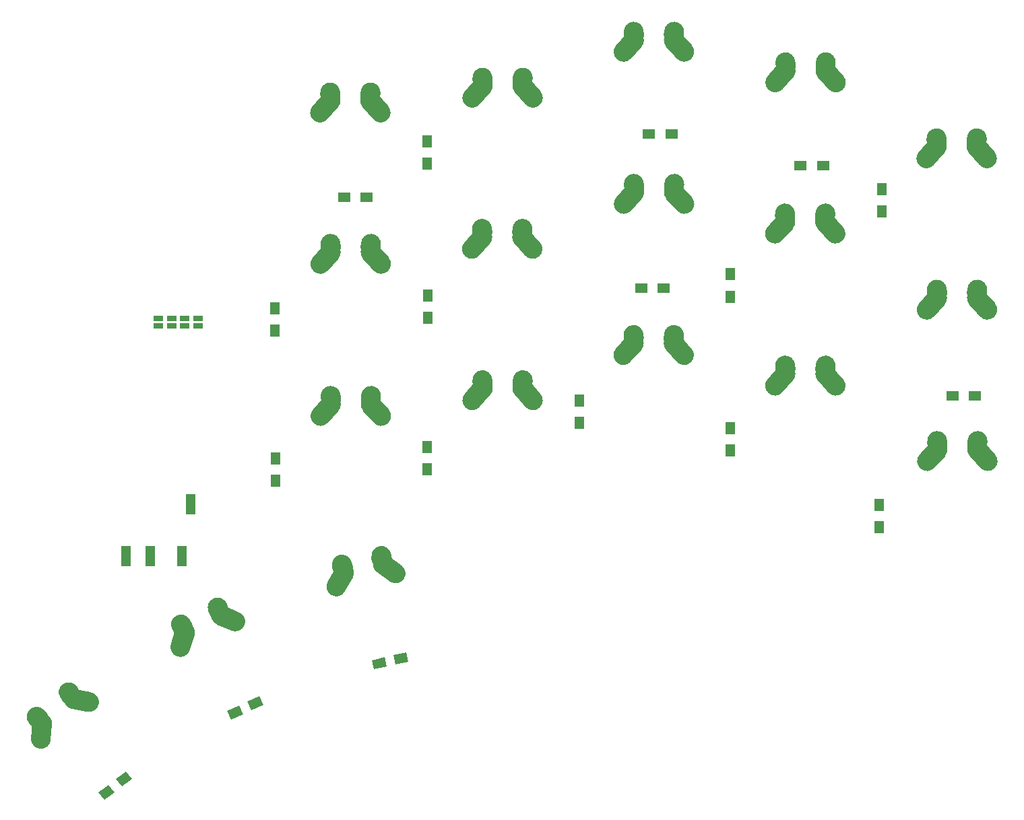
<source format=gbr>
%TF.GenerationSoftware,KiCad,Pcbnew,(5.1.7)-1*%
%TF.CreationDate,2021-04-14T22:27:46+05:30*%
%TF.ProjectId,Pteron56v0,50746572-6f6e-4353-9676-302e6b696361,rev?*%
%TF.SameCoordinates,Original*%
%TF.FileFunction,Paste,Bot*%
%TF.FilePolarity,Positive*%
%FSLAX46Y46*%
G04 Gerber Fmt 4.6, Leading zero omitted, Abs format (unit mm)*
G04 Created by KiCad (PCBNEW (5.1.7)-1) date 2021-04-14 22:27:46*
%MOMM*%
%LPD*%
G01*
G04 APERTURE LIST*
%ADD10R,1.600000X1.200000*%
%ADD11R,1.200000X1.600000*%
%ADD12C,0.100000*%
%ADD13R,1.270000X0.635000*%
%ADD14R,1.200000X2.500000*%
G04 APERTURE END LIST*
D10*
%TO.C,D8*%
X197050200Y-86080600D03*
X199850200Y-86080600D03*
%TD*%
D11*
%TO.C,D28*%
X111995245Y-93946640D03*
X111995245Y-96746640D03*
%TD*%
%TO.C,D27*%
X111903079Y-75092861D03*
X111903079Y-77892861D03*
%TD*%
D10*
%TO.C,D26*%
X120621600Y-61137800D03*
X123421600Y-61137800D03*
%TD*%
D11*
%TO.C,D24*%
X131007609Y-92538162D03*
X131007609Y-95338162D03*
%TD*%
%TO.C,D23*%
X131169349Y-73461240D03*
X131169349Y-76261240D03*
%TD*%
%TO.C,D22*%
X131017392Y-54106155D03*
X131017392Y-56906155D03*
%TD*%
D12*
%TO.C,D20*%
G36*
X93208741Y-133312713D02*
G01*
X93939255Y-134264737D01*
X92669889Y-135238755D01*
X91939375Y-134286731D01*
X93208741Y-133312713D01*
G37*
G36*
X90987351Y-135017245D02*
G01*
X91717865Y-135969269D01*
X90448499Y-136943287D01*
X89717985Y-135991263D01*
X90987351Y-135017245D01*
G37*
%TD*%
D11*
%TO.C,D19*%
X150192403Y-86665988D03*
X150192403Y-89465988D03*
%TD*%
D10*
%TO.C,D18*%
X157997700Y-72580500D03*
X160797700Y-72580500D03*
%TD*%
%TO.C,D17*%
X158937500Y-53181250D03*
X161737500Y-53181250D03*
%TD*%
D12*
%TO.C,D15*%
G36*
X109926526Y-123875455D02*
G01*
X110433668Y-124963024D01*
X108983576Y-125639213D01*
X108476434Y-124551644D01*
X109926526Y-123875455D01*
G37*
G36*
X107388864Y-125058787D02*
G01*
X107896006Y-126146356D01*
X106445914Y-126822545D01*
X105938772Y-125734976D01*
X107388864Y-125058787D01*
G37*
%TD*%
D11*
%TO.C,D14*%
X169116409Y-90131959D03*
X169116409Y-92931959D03*
%TD*%
%TO.C,D13*%
X169145564Y-70825398D03*
X169145564Y-73625398D03*
%TD*%
D10*
%TO.C,D12*%
X177987500Y-57150000D03*
X180787500Y-57150000D03*
%TD*%
D12*
%TO.C,D10*%
G36*
X128400767Y-118391716D02*
G01*
X128660495Y-119563271D01*
X127098421Y-119909574D01*
X126838693Y-118738019D01*
X128400767Y-118391716D01*
G37*
G36*
X125667139Y-118997746D02*
G01*
X125926867Y-120169301D01*
X124364793Y-120515604D01*
X124105065Y-119344049D01*
X125667139Y-118997746D01*
G37*
%TD*%
D11*
%TO.C,D9*%
X187873952Y-99816766D03*
X187873952Y-102616766D03*
%TD*%
%TO.C,D7*%
X188223421Y-60116973D03*
X188223421Y-62916973D03*
%TD*%
D13*
%TO.C,JP5*%
X102235000Y-77284580D03*
X102235000Y-76385420D03*
%TD*%
%TO.C,JP8*%
X97282000Y-77284580D03*
X97282000Y-76385420D03*
%TD*%
%TO.C,JP7*%
X98933000Y-77284580D03*
X98933000Y-76385420D03*
%TD*%
%TO.C,JP6*%
X100584000Y-77284580D03*
X100584000Y-76385420D03*
%TD*%
%TO.C,SW17*%
G36*
G01*
X160798570Y-40801591D02*
X160838485Y-40222788D01*
G75*
G02*
X162171522Y-39061749I1247038J-85999D01*
G01*
X162171522Y-39061749D01*
G75*
G02*
X163332561Y-40394786I-85999J-1247038D01*
G01*
X163292563Y-40974786D01*
G75*
G02*
X161959526Y-42135825I-1247038J85999D01*
G01*
X161959526Y-42135825D01*
G75*
G02*
X160798487Y-40802788I85999J1247038D01*
G01*
G37*
G36*
G01*
X155798568Y-40975983D02*
X155758487Y-40394786D01*
G75*
G02*
X156919526Y-39061749I1247038J85999D01*
G01*
X156919526Y-39061749D01*
G75*
G02*
X158252563Y-40222788I85999J-1247038D01*
G01*
X158292561Y-40802788D01*
G75*
G02*
X157131522Y-42135825I-1247038J-85999D01*
G01*
X157131522Y-42135825D01*
G75*
G02*
X155798485Y-40974786I-85999J1247038D01*
G01*
G37*
G36*
G01*
X157975908Y-42223574D02*
X156665918Y-43683582D01*
G75*
G02*
X154900738Y-43779180I-930389J834791D01*
G01*
X154900738Y-43779180D01*
G75*
G02*
X154805140Y-42014000I834791J930389D01*
G01*
X156115130Y-40553992D01*
G75*
G02*
X157880310Y-40458394I930389J-834791D01*
G01*
X157880310Y-40458394D01*
G75*
G02*
X157975908Y-42223574I-834791J-930389D01*
G01*
G37*
G36*
G01*
X162975918Y-40553992D02*
X164285908Y-42014000D01*
G75*
G02*
X164190310Y-43779180I-930389J-834791D01*
G01*
X164190310Y-43779180D01*
G75*
G02*
X162425130Y-43683582I-834791J930389D01*
G01*
X161115140Y-42223574D01*
G75*
G02*
X161210738Y-40458394I930389J834791D01*
G01*
X161210738Y-40458394D01*
G75*
G02*
X162975918Y-40553992I834791J-930389D01*
G01*
G37*
%TD*%
D14*
%TO.C,J2*%
X93218000Y-106247000D03*
X96218000Y-106247000D03*
X100218000Y-106247000D03*
X101318000Y-99747000D03*
%TD*%
%TO.C,SW28*%
G36*
G01*
X122710300Y-86597839D02*
X122750215Y-86019036D01*
G75*
G02*
X124083252Y-84857997I1247038J-85999D01*
G01*
X124083252Y-84857997D01*
G75*
G02*
X125244291Y-86191034I-85999J-1247038D01*
G01*
X125204293Y-86771034D01*
G75*
G02*
X123871256Y-87932073I-1247038J85999D01*
G01*
X123871256Y-87932073D01*
G75*
G02*
X122710217Y-86599036I85999J1247038D01*
G01*
G37*
G36*
G01*
X117710298Y-86772231D02*
X117670217Y-86191034D01*
G75*
G02*
X118831256Y-84857997I1247038J85999D01*
G01*
X118831256Y-84857997D01*
G75*
G02*
X120164293Y-86019036I85999J-1247038D01*
G01*
X120204291Y-86599036D01*
G75*
G02*
X119043252Y-87932073I-1247038J-85999D01*
G01*
X119043252Y-87932073D01*
G75*
G02*
X117710215Y-86771034I-85999J1247038D01*
G01*
G37*
G36*
G01*
X119887638Y-88019822D02*
X118577648Y-89479830D01*
G75*
G02*
X116812468Y-89575428I-930389J834791D01*
G01*
X116812468Y-89575428D01*
G75*
G02*
X116716870Y-87810248I834791J930389D01*
G01*
X118026860Y-86350240D01*
G75*
G02*
X119792040Y-86254642I930389J-834791D01*
G01*
X119792040Y-86254642D01*
G75*
G02*
X119887638Y-88019822I-834791J-930389D01*
G01*
G37*
G36*
G01*
X124887648Y-86350240D02*
X126197638Y-87810248D01*
G75*
G02*
X126102040Y-89575428I-930389J-834791D01*
G01*
X126102040Y-89575428D01*
G75*
G02*
X124336860Y-89479830I-834791J930389D01*
G01*
X123026870Y-88019822D01*
G75*
G02*
X123122468Y-86254642I930389J834791D01*
G01*
X123122468Y-86254642D01*
G75*
G02*
X124887648Y-86350240I834791J-930389D01*
G01*
G37*
%TD*%
%TO.C,SW27*%
G36*
G01*
X122690921Y-67472389D02*
X122730836Y-66893586D01*
G75*
G02*
X124063873Y-65732547I1247038J-85999D01*
G01*
X124063873Y-65732547D01*
G75*
G02*
X125224912Y-67065584I-85999J-1247038D01*
G01*
X125184914Y-67645584D01*
G75*
G02*
X123851877Y-68806623I-1247038J85999D01*
G01*
X123851877Y-68806623D01*
G75*
G02*
X122690838Y-67473586I85999J1247038D01*
G01*
G37*
G36*
G01*
X117690919Y-67646781D02*
X117650838Y-67065584D01*
G75*
G02*
X118811877Y-65732547I1247038J85999D01*
G01*
X118811877Y-65732547D01*
G75*
G02*
X120144914Y-66893586I85999J-1247038D01*
G01*
X120184912Y-67473586D01*
G75*
G02*
X119023873Y-68806623I-1247038J-85999D01*
G01*
X119023873Y-68806623D01*
G75*
G02*
X117690836Y-67645584I-85999J1247038D01*
G01*
G37*
G36*
G01*
X119868259Y-68894372D02*
X118558269Y-70354380D01*
G75*
G02*
X116793089Y-70449978I-930389J834791D01*
G01*
X116793089Y-70449978D01*
G75*
G02*
X116697491Y-68684798I834791J930389D01*
G01*
X118007481Y-67224790D01*
G75*
G02*
X119772661Y-67129192I930389J-834791D01*
G01*
X119772661Y-67129192D01*
G75*
G02*
X119868259Y-68894372I-834791J-930389D01*
G01*
G37*
G36*
G01*
X124868269Y-67224790D02*
X126178259Y-68684798D01*
G75*
G02*
X126082661Y-70449978I-930389J-834791D01*
G01*
X126082661Y-70449978D01*
G75*
G02*
X124317481Y-70354380I-834791J930389D01*
G01*
X123007491Y-68894372D01*
G75*
G02*
X123103089Y-67129192I930389J834791D01*
G01*
X123103089Y-67129192D01*
G75*
G02*
X124868269Y-67224790I834791J-930389D01*
G01*
G37*
%TD*%
%TO.C,SW26*%
G36*
G01*
X122647278Y-48437494D02*
X122687193Y-47858691D01*
G75*
G02*
X124020230Y-46697652I1247038J-85999D01*
G01*
X124020230Y-46697652D01*
G75*
G02*
X125181269Y-48030689I-85999J-1247038D01*
G01*
X125141271Y-48610689D01*
G75*
G02*
X123808234Y-49771728I-1247038J85999D01*
G01*
X123808234Y-49771728D01*
G75*
G02*
X122647195Y-48438691I85999J1247038D01*
G01*
G37*
G36*
G01*
X117647276Y-48611886D02*
X117607195Y-48030689D01*
G75*
G02*
X118768234Y-46697652I1247038J85999D01*
G01*
X118768234Y-46697652D01*
G75*
G02*
X120101271Y-47858691I85999J-1247038D01*
G01*
X120141269Y-48438691D01*
G75*
G02*
X118980230Y-49771728I-1247038J-85999D01*
G01*
X118980230Y-49771728D01*
G75*
G02*
X117647193Y-48610689I-85999J1247038D01*
G01*
G37*
G36*
G01*
X119824616Y-49859477D02*
X118514626Y-51319485D01*
G75*
G02*
X116749446Y-51415083I-930389J834791D01*
G01*
X116749446Y-51415083D01*
G75*
G02*
X116653848Y-49649903I834791J930389D01*
G01*
X117963838Y-48189895D01*
G75*
G02*
X119729018Y-48094297I930389J-834791D01*
G01*
X119729018Y-48094297D01*
G75*
G02*
X119824616Y-49859477I-834791J-930389D01*
G01*
G37*
G36*
G01*
X124824626Y-48189895D02*
X126134616Y-49649903D01*
G75*
G02*
X126039018Y-51415083I-930389J-834791D01*
G01*
X126039018Y-51415083D01*
G75*
G02*
X124273838Y-51319485I-834791J930389D01*
G01*
X122963848Y-49859477D01*
G75*
G02*
X123059446Y-48094297I930389J834791D01*
G01*
X123059446Y-48094297D01*
G75*
G02*
X124824626Y-48189895I834791J-930389D01*
G01*
G37*
%TD*%
%TO.C,SW24*%
G36*
G01*
X141777705Y-84621764D02*
X141817620Y-84042961D01*
G75*
G02*
X143150657Y-82881922I1247038J-85999D01*
G01*
X143150657Y-82881922D01*
G75*
G02*
X144311696Y-84214959I-85999J-1247038D01*
G01*
X144271698Y-84794959D01*
G75*
G02*
X142938661Y-85955998I-1247038J85999D01*
G01*
X142938661Y-85955998D01*
G75*
G02*
X141777622Y-84622961I85999J1247038D01*
G01*
G37*
G36*
G01*
X136777703Y-84796156D02*
X136737622Y-84214959D01*
G75*
G02*
X137898661Y-82881922I1247038J85999D01*
G01*
X137898661Y-82881922D01*
G75*
G02*
X139231698Y-84042961I85999J-1247038D01*
G01*
X139271696Y-84622961D01*
G75*
G02*
X138110657Y-85955998I-1247038J-85999D01*
G01*
X138110657Y-85955998D01*
G75*
G02*
X136777620Y-84794959I-85999J1247038D01*
G01*
G37*
G36*
G01*
X138955043Y-86043747D02*
X137645053Y-87503755D01*
G75*
G02*
X135879873Y-87599353I-930389J834791D01*
G01*
X135879873Y-87599353D01*
G75*
G02*
X135784275Y-85834173I834791J930389D01*
G01*
X137094265Y-84374165D01*
G75*
G02*
X138859445Y-84278567I930389J-834791D01*
G01*
X138859445Y-84278567D01*
G75*
G02*
X138955043Y-86043747I-834791J-930389D01*
G01*
G37*
G36*
G01*
X143955053Y-84374165D02*
X145265043Y-85834173D01*
G75*
G02*
X145169445Y-87599353I-930389J-834791D01*
G01*
X145169445Y-87599353D01*
G75*
G02*
X143404265Y-87503755I-834791J930389D01*
G01*
X142094275Y-86043747D01*
G75*
G02*
X142189873Y-84278567I930389J834791D01*
G01*
X142189873Y-84278567D01*
G75*
G02*
X143955053Y-84374165I834791J-930389D01*
G01*
G37*
%TD*%
%TO.C,SW23*%
G36*
G01*
X141734061Y-65586868D02*
X141773976Y-65008065D01*
G75*
G02*
X143107013Y-63847026I1247038J-85999D01*
G01*
X143107013Y-63847026D01*
G75*
G02*
X144268052Y-65180063I-85999J-1247038D01*
G01*
X144228054Y-65760063D01*
G75*
G02*
X142895017Y-66921102I-1247038J85999D01*
G01*
X142895017Y-66921102D01*
G75*
G02*
X141733978Y-65588065I85999J1247038D01*
G01*
G37*
G36*
G01*
X136734059Y-65761260D02*
X136693978Y-65180063D01*
G75*
G02*
X137855017Y-63847026I1247038J85999D01*
G01*
X137855017Y-63847026D01*
G75*
G02*
X139188054Y-65008065I85999J-1247038D01*
G01*
X139228052Y-65588065D01*
G75*
G02*
X138067013Y-66921102I-1247038J-85999D01*
G01*
X138067013Y-66921102D01*
G75*
G02*
X136733976Y-65760063I-85999J1247038D01*
G01*
G37*
G36*
G01*
X138911399Y-67008851D02*
X137601409Y-68468859D01*
G75*
G02*
X135836229Y-68564457I-930389J834791D01*
G01*
X135836229Y-68564457D01*
G75*
G02*
X135740631Y-66799277I834791J930389D01*
G01*
X137050621Y-65339269D01*
G75*
G02*
X138815801Y-65243671I930389J-834791D01*
G01*
X138815801Y-65243671D01*
G75*
G02*
X138911399Y-67008851I-834791J-930389D01*
G01*
G37*
G36*
G01*
X143911409Y-65339269D02*
X145221399Y-66799277D01*
G75*
G02*
X145125801Y-68564457I-930389J-834791D01*
G01*
X145125801Y-68564457D01*
G75*
G02*
X143360621Y-68468859I-834791J930389D01*
G01*
X142050631Y-67008851D01*
G75*
G02*
X142146229Y-65243671I930389J834791D01*
G01*
X142146229Y-65243671D01*
G75*
G02*
X143911409Y-65339269I834791J-930389D01*
G01*
G37*
%TD*%
%TO.C,SW22*%
G36*
G01*
X141780972Y-46576242D02*
X141820887Y-45997439D01*
G75*
G02*
X143153924Y-44836400I1247038J-85999D01*
G01*
X143153924Y-44836400D01*
G75*
G02*
X144314963Y-46169437I-85999J-1247038D01*
G01*
X144274965Y-46749437D01*
G75*
G02*
X142941928Y-47910476I-1247038J85999D01*
G01*
X142941928Y-47910476D01*
G75*
G02*
X141780889Y-46577439I85999J1247038D01*
G01*
G37*
G36*
G01*
X136780970Y-46750634D02*
X136740889Y-46169437D01*
G75*
G02*
X137901928Y-44836400I1247038J85999D01*
G01*
X137901928Y-44836400D01*
G75*
G02*
X139234965Y-45997439I85999J-1247038D01*
G01*
X139274963Y-46577439D01*
G75*
G02*
X138113924Y-47910476I-1247038J-85999D01*
G01*
X138113924Y-47910476D01*
G75*
G02*
X136780887Y-46749437I-85999J1247038D01*
G01*
G37*
G36*
G01*
X138958310Y-47998225D02*
X137648320Y-49458233D01*
G75*
G02*
X135883140Y-49553831I-930389J834791D01*
G01*
X135883140Y-49553831D01*
G75*
G02*
X135787542Y-47788651I834791J930389D01*
G01*
X137097532Y-46328643D01*
G75*
G02*
X138862712Y-46233045I930389J-834791D01*
G01*
X138862712Y-46233045D01*
G75*
G02*
X138958310Y-47998225I-834791J-930389D01*
G01*
G37*
G36*
G01*
X143958320Y-46328643D02*
X145268310Y-47788651D01*
G75*
G02*
X145172712Y-49553831I-930389J-834791D01*
G01*
X145172712Y-49553831D01*
G75*
G02*
X143407532Y-49458233I-834791J930389D01*
G01*
X142097542Y-47998225D01*
G75*
G02*
X142193140Y-46233045I930389J834791D01*
G01*
X142193140Y-46233045D01*
G75*
G02*
X143958320Y-46328643I834791J-930389D01*
G01*
G37*
%TD*%
%TO.C,SW20*%
G36*
G01*
X85277261Y-124547594D02*
X84955368Y-124062283D01*
G75*
G02*
X85306141Y-122329666I1041695J690922D01*
G01*
X85306141Y-122329666D01*
G75*
G02*
X87038758Y-122680439I690922J-1041695D01*
G01*
X87360108Y-123164933D01*
G75*
G02*
X87009335Y-124897550I-1041695J-690922D01*
G01*
X87009335Y-124897550D01*
G75*
G02*
X85276718Y-124546777I-690922J1041695D01*
G01*
G37*
G36*
G01*
X81415449Y-127727938D02*
X81029841Y-127291243D01*
G75*
G02*
X81139454Y-125526878I936989J827376D01*
G01*
X81139454Y-125526878D01*
G75*
G02*
X82903819Y-125636491I827376J-936989D01*
G01*
X83288633Y-126072287D01*
G75*
G02*
X83179020Y-127836652I-936989J-827376D01*
G01*
X83179020Y-127836652D01*
G75*
G02*
X81414655Y-127727039I-827376J936989D01*
G01*
G37*
G36*
G01*
X83902335Y-127392238D02*
X83751847Y-129348012D01*
G75*
G02*
X82409632Y-130498429I-1246316J95899D01*
G01*
X82409632Y-130498429D01*
G75*
G02*
X81259215Y-129156214I95899J1246316D01*
G01*
X81409703Y-127200440D01*
G75*
G02*
X82751918Y-126050023I1246316J-95899D01*
G01*
X82751918Y-126050023D01*
G75*
G02*
X83902335Y-127392238I-95899J-1246316D01*
G01*
G37*
G36*
G01*
X86852733Y-123023857D02*
X88780815Y-123384687D01*
G75*
G02*
X89779545Y-124843295I-229939J-1228669D01*
G01*
X89779545Y-124843295D01*
G75*
G02*
X88320937Y-125842025I-1228669J229939D01*
G01*
X86392855Y-125481195D01*
G75*
G02*
X85394125Y-124022587I229939J1228669D01*
G01*
X85394125Y-124022587D01*
G75*
G02*
X86852733Y-123023857I1228669J-229939D01*
G01*
G37*
%TD*%
%TO.C,SW19*%
G36*
G01*
X160771037Y-78937669D02*
X160810952Y-78358866D01*
G75*
G02*
X162143989Y-77197827I1247038J-85999D01*
G01*
X162143989Y-77197827D01*
G75*
G02*
X163305028Y-78530864I-85999J-1247038D01*
G01*
X163265030Y-79110864D01*
G75*
G02*
X161931993Y-80271903I-1247038J85999D01*
G01*
X161931993Y-80271903D01*
G75*
G02*
X160770954Y-78938866I85999J1247038D01*
G01*
G37*
G36*
G01*
X155771035Y-79112061D02*
X155730954Y-78530864D01*
G75*
G02*
X156891993Y-77197827I1247038J85999D01*
G01*
X156891993Y-77197827D01*
G75*
G02*
X158225030Y-78358866I85999J-1247038D01*
G01*
X158265028Y-78938866D01*
G75*
G02*
X157103989Y-80271903I-1247038J-85999D01*
G01*
X157103989Y-80271903D01*
G75*
G02*
X155770952Y-79110864I-85999J1247038D01*
G01*
G37*
G36*
G01*
X157948375Y-80359652D02*
X156638385Y-81819660D01*
G75*
G02*
X154873205Y-81915258I-930389J834791D01*
G01*
X154873205Y-81915258D01*
G75*
G02*
X154777607Y-80150078I834791J930389D01*
G01*
X156087597Y-78690070D01*
G75*
G02*
X157852777Y-78594472I930389J-834791D01*
G01*
X157852777Y-78594472D01*
G75*
G02*
X157948375Y-80359652I-834791J-930389D01*
G01*
G37*
G36*
G01*
X162948385Y-78690070D02*
X164258375Y-80150078D01*
G75*
G02*
X164162777Y-81915258I-930389J-834791D01*
G01*
X164162777Y-81915258D01*
G75*
G02*
X162397597Y-81819660I-834791J930389D01*
G01*
X161087607Y-80359652D01*
G75*
G02*
X161183205Y-78594472I930389J834791D01*
G01*
X161183205Y-78594472D01*
G75*
G02*
X162948385Y-78690070I834791J-930389D01*
G01*
G37*
%TD*%
%TO.C,SW18*%
G36*
G01*
X160817954Y-59927041D02*
X160857869Y-59348238D01*
G75*
G02*
X162190906Y-58187199I1247038J-85999D01*
G01*
X162190906Y-58187199D01*
G75*
G02*
X163351945Y-59520236I-85999J-1247038D01*
G01*
X163311947Y-60100236D01*
G75*
G02*
X161978910Y-61261275I-1247038J85999D01*
G01*
X161978910Y-61261275D01*
G75*
G02*
X160817871Y-59928238I85999J1247038D01*
G01*
G37*
G36*
G01*
X155817952Y-60101433D02*
X155777871Y-59520236D01*
G75*
G02*
X156938910Y-58187199I1247038J85999D01*
G01*
X156938910Y-58187199D01*
G75*
G02*
X158271947Y-59348238I85999J-1247038D01*
G01*
X158311945Y-59928238D01*
G75*
G02*
X157150906Y-61261275I-1247038J-85999D01*
G01*
X157150906Y-61261275D01*
G75*
G02*
X155817869Y-60100236I-85999J1247038D01*
G01*
G37*
G36*
G01*
X157995292Y-61349024D02*
X156685302Y-62809032D01*
G75*
G02*
X154920122Y-62904630I-930389J834791D01*
G01*
X154920122Y-62904630D01*
G75*
G02*
X154824524Y-61139450I834791J930389D01*
G01*
X156134514Y-59679442D01*
G75*
G02*
X157899694Y-59583844I930389J-834791D01*
G01*
X157899694Y-59583844D01*
G75*
G02*
X157995292Y-61349024I-834791J-930389D01*
G01*
G37*
G36*
G01*
X162995302Y-59679442D02*
X164305292Y-61139450D01*
G75*
G02*
X164209694Y-62904630I-930389J-834791D01*
G01*
X164209694Y-62904630D01*
G75*
G02*
X162444514Y-62809032I-834791J930389D01*
G01*
X161134524Y-61349024D01*
G75*
G02*
X161230122Y-59583844I930389J834791D01*
G01*
X161230122Y-59583844D01*
G75*
G02*
X162995302Y-59679442I834791J-930389D01*
G01*
G37*
%TD*%
%TO.C,SW15*%
G36*
G01*
X103755637Y-113709595D02*
X103546416Y-113166117D01*
G75*
G02*
X104263881Y-111550492I1166545J449080D01*
G01*
X104263881Y-111550492D01*
G75*
G02*
X105879506Y-112267957I449080J-1166545D01*
G01*
X106088374Y-112810519D01*
G75*
G02*
X105370909Y-114426144I-1166545J-449080D01*
G01*
X105370909Y-114426144D01*
G75*
G02*
X103755284Y-113708679I-449080J1166545D01*
G01*
G37*
G36*
G01*
X99297014Y-115978703D02*
X99015063Y-115468899D01*
G75*
G02*
X99503957Y-113770081I1093856J604962D01*
G01*
X99503957Y-113770081D01*
G75*
G02*
X101202775Y-114258975I604962J-1093856D01*
G01*
X101484145Y-114767729D01*
G75*
G02*
X100995251Y-116466547I-1093856J-604962D01*
G01*
X100995251Y-116466547D01*
G75*
G02*
X99296433Y-115977653I-604962J1093856D01*
G01*
G37*
G36*
G01*
X101797609Y-116189220D02*
X101227381Y-118066064D01*
G75*
G02*
X99667986Y-118898703I-1196017J363378D01*
G01*
X99667986Y-118898703D01*
G75*
G02*
X98835347Y-117339308I363378J1196017D01*
G01*
X99405575Y-115462464D01*
G75*
G02*
X100964970Y-114629825I1196017J-363378D01*
G01*
X100964970Y-114629825D01*
G75*
G02*
X101797609Y-116189220I-363378J-1196017D01*
G01*
G37*
G36*
G01*
X105623560Y-112562970D02*
X107427842Y-113332562D01*
G75*
G02*
X108087198Y-114972760I-490421J-1149777D01*
G01*
X108087198Y-114972760D01*
G75*
G02*
X106447000Y-115632116I-1149777J490421D01*
G01*
X104642718Y-114862524D01*
G75*
G02*
X103983362Y-113222326I490421J1149777D01*
G01*
X103983362Y-113222326D01*
G75*
G02*
X105623560Y-112562970I1149777J-490421D01*
G01*
G37*
%TD*%
%TO.C,SW14*%
G36*
G01*
X179831470Y-82783152D02*
X179871385Y-82204349D01*
G75*
G02*
X181204422Y-81043310I1247038J-85999D01*
G01*
X181204422Y-81043310D01*
G75*
G02*
X182365461Y-82376347I-85999J-1247038D01*
G01*
X182325463Y-82956347D01*
G75*
G02*
X180992426Y-84117386I-1247038J85999D01*
G01*
X180992426Y-84117386D01*
G75*
G02*
X179831387Y-82784349I85999J1247038D01*
G01*
G37*
G36*
G01*
X174831468Y-82957544D02*
X174791387Y-82376347D01*
G75*
G02*
X175952426Y-81043310I1247038J85999D01*
G01*
X175952426Y-81043310D01*
G75*
G02*
X177285463Y-82204349I85999J-1247038D01*
G01*
X177325461Y-82784349D01*
G75*
G02*
X176164422Y-84117386I-1247038J-85999D01*
G01*
X176164422Y-84117386D01*
G75*
G02*
X174831385Y-82956347I-85999J1247038D01*
G01*
G37*
G36*
G01*
X177008808Y-84205135D02*
X175698818Y-85665143D01*
G75*
G02*
X173933638Y-85760741I-930389J834791D01*
G01*
X173933638Y-85760741D01*
G75*
G02*
X173838040Y-83995561I834791J930389D01*
G01*
X175148030Y-82535553D01*
G75*
G02*
X176913210Y-82439955I930389J-834791D01*
G01*
X176913210Y-82439955D01*
G75*
G02*
X177008808Y-84205135I-834791J-930389D01*
G01*
G37*
G36*
G01*
X182008818Y-82535553D02*
X183318808Y-83995561D01*
G75*
G02*
X183223210Y-85760741I-930389J-834791D01*
G01*
X183223210Y-85760741D01*
G75*
G02*
X181458030Y-85665143I-834791J930389D01*
G01*
X180148040Y-84205135D01*
G75*
G02*
X180243638Y-82439955I930389J834791D01*
G01*
X180243638Y-82439955D01*
G75*
G02*
X182008818Y-82535553I834791J-930389D01*
G01*
G37*
%TD*%
%TO.C,SW13*%
G36*
G01*
X179812096Y-63657706D02*
X179852011Y-63078903D01*
G75*
G02*
X181185048Y-61917864I1247038J-85999D01*
G01*
X181185048Y-61917864D01*
G75*
G02*
X182346087Y-63250901I-85999J-1247038D01*
G01*
X182306089Y-63830901D01*
G75*
G02*
X180973052Y-64991940I-1247038J85999D01*
G01*
X180973052Y-64991940D01*
G75*
G02*
X179812013Y-63658903I85999J1247038D01*
G01*
G37*
G36*
G01*
X174812094Y-63832098D02*
X174772013Y-63250901D01*
G75*
G02*
X175933052Y-61917864I1247038J85999D01*
G01*
X175933052Y-61917864D01*
G75*
G02*
X177266089Y-63078903I85999J-1247038D01*
G01*
X177306087Y-63658903D01*
G75*
G02*
X176145048Y-64991940I-1247038J-85999D01*
G01*
X176145048Y-64991940D01*
G75*
G02*
X174812011Y-63830901I-85999J1247038D01*
G01*
G37*
G36*
G01*
X176989434Y-65079689D02*
X175679444Y-66539697D01*
G75*
G02*
X173914264Y-66635295I-930389J834791D01*
G01*
X173914264Y-66635295D01*
G75*
G02*
X173818666Y-64870115I834791J930389D01*
G01*
X175128656Y-63410107D01*
G75*
G02*
X176893836Y-63314509I930389J-834791D01*
G01*
X176893836Y-63314509D01*
G75*
G02*
X176989434Y-65079689I-834791J-930389D01*
G01*
G37*
G36*
G01*
X181989444Y-63410107D02*
X183299434Y-64870115D01*
G75*
G02*
X183203836Y-66635295I-930389J-834791D01*
G01*
X183203836Y-66635295D01*
G75*
G02*
X181438656Y-66539697I-834791J930389D01*
G01*
X180128666Y-65079689D01*
G75*
G02*
X180224264Y-63314509I930389J834791D01*
G01*
X180224264Y-63314509D01*
G75*
G02*
X181989444Y-63410107I834791J-930389D01*
G01*
G37*
%TD*%
%TO.C,SW12*%
G36*
G01*
X179859006Y-44647079D02*
X179898921Y-44068276D01*
G75*
G02*
X181231958Y-42907237I1247038J-85999D01*
G01*
X181231958Y-42907237D01*
G75*
G02*
X182392997Y-44240274I-85999J-1247038D01*
G01*
X182352999Y-44820274D01*
G75*
G02*
X181019962Y-45981313I-1247038J85999D01*
G01*
X181019962Y-45981313D01*
G75*
G02*
X179858923Y-44648276I85999J1247038D01*
G01*
G37*
G36*
G01*
X174859004Y-44821471D02*
X174818923Y-44240274D01*
G75*
G02*
X175979962Y-42907237I1247038J85999D01*
G01*
X175979962Y-42907237D01*
G75*
G02*
X177312999Y-44068276I85999J-1247038D01*
G01*
X177352997Y-44648276D01*
G75*
G02*
X176191958Y-45981313I-1247038J-85999D01*
G01*
X176191958Y-45981313D01*
G75*
G02*
X174858921Y-44820274I-85999J1247038D01*
G01*
G37*
G36*
G01*
X177036344Y-46069062D02*
X175726354Y-47529070D01*
G75*
G02*
X173961174Y-47624668I-930389J834791D01*
G01*
X173961174Y-47624668D01*
G75*
G02*
X173865576Y-45859488I834791J930389D01*
G01*
X175175566Y-44399480D01*
G75*
G02*
X176940746Y-44303882I930389J-834791D01*
G01*
X176940746Y-44303882D01*
G75*
G02*
X177036344Y-46069062I-834791J-930389D01*
G01*
G37*
G36*
G01*
X182036354Y-44399480D02*
X183346344Y-45859488D01*
G75*
G02*
X183250746Y-47624668I-930389J-834791D01*
G01*
X183250746Y-47624668D01*
G75*
G02*
X181485566Y-47529070I-834791J930389D01*
G01*
X180175576Y-46069062D01*
G75*
G02*
X180271174Y-44303882I930389J834791D01*
G01*
X180271174Y-44303882D01*
G75*
G02*
X182036354Y-44399480I834791J-930389D01*
G01*
G37*
%TD*%
%TO.C,SW10*%
G36*
G01*
X124139447Y-106991079D02*
X124052814Y-106415198D01*
G75*
G02*
X125102958Y-104993158I1236092J185948D01*
G01*
X125102958Y-104993158D01*
G75*
G02*
X126524998Y-106043302I185948J-1236092D01*
G01*
X126611484Y-106618212D01*
G75*
G02*
X125561340Y-108040252I-1236092J-185948D01*
G01*
X125561340Y-108040252D01*
G75*
G02*
X124139300Y-106990108I-185948J1236092D01*
G01*
G37*
G36*
G01*
X119295385Y-108241377D02*
X119130459Y-107682633D01*
G75*
G02*
X119975455Y-106129899I1198865J353869D01*
G01*
X119975455Y-106129899D01*
G75*
G02*
X121528189Y-106974895I353869J-1198865D01*
G01*
X121692775Y-107532489D01*
G75*
G02*
X120847779Y-109085223I-1198865J-353869D01*
G01*
X120847779Y-109085223D01*
G75*
G02*
X119295045Y-108240227I-353869J1198865D01*
G01*
G37*
G36*
G01*
X121691143Y-108988133D02*
X120728207Y-110697067D01*
G75*
G02*
X119025560Y-111172454I-1089017J613630D01*
G01*
X119025560Y-111172454D01*
G75*
G02*
X118550173Y-109469807I613630J1089017D01*
G01*
X119513109Y-107760873D01*
G75*
G02*
X121215756Y-107285486I1089017J-613630D01*
G01*
X121215756Y-107285486D01*
G75*
G02*
X121691143Y-108988133I-613630J-1089017D01*
G01*
G37*
G36*
G01*
X126211268Y-106275927D02*
X127806210Y-107417793D01*
G75*
G02*
X128094932Y-109161823I-727654J-1016376D01*
G01*
X128094932Y-109161823D01*
G75*
G02*
X126350902Y-109450545I-1016376J727654D01*
G01*
X124755960Y-108308679D01*
G75*
G02*
X124467238Y-106564649I727654J1016376D01*
G01*
X124467238Y-106564649D01*
G75*
G02*
X126211268Y-106275927I1016376J-727654D01*
G01*
G37*
%TD*%
%TO.C,SW9*%
G36*
G01*
X198933469Y-92269095D02*
X198973384Y-91690292D01*
G75*
G02*
X200306421Y-90529253I1247038J-85999D01*
G01*
X200306421Y-90529253D01*
G75*
G02*
X201467460Y-91862290I-85999J-1247038D01*
G01*
X201427462Y-92442290D01*
G75*
G02*
X200094425Y-93603329I-1247038J85999D01*
G01*
X200094425Y-93603329D01*
G75*
G02*
X198933386Y-92270292I85999J1247038D01*
G01*
G37*
G36*
G01*
X193933467Y-92443487D02*
X193893386Y-91862290D01*
G75*
G02*
X195054425Y-90529253I1247038J85999D01*
G01*
X195054425Y-90529253D01*
G75*
G02*
X196387462Y-91690292I85999J-1247038D01*
G01*
X196427460Y-92270292D01*
G75*
G02*
X195266421Y-93603329I-1247038J-85999D01*
G01*
X195266421Y-93603329D01*
G75*
G02*
X193933384Y-92442290I-85999J1247038D01*
G01*
G37*
G36*
G01*
X196110807Y-93691078D02*
X194800817Y-95151086D01*
G75*
G02*
X193035637Y-95246684I-930389J834791D01*
G01*
X193035637Y-95246684D01*
G75*
G02*
X192940039Y-93481504I834791J930389D01*
G01*
X194250029Y-92021496D01*
G75*
G02*
X196015209Y-91925898I930389J-834791D01*
G01*
X196015209Y-91925898D01*
G75*
G02*
X196110807Y-93691078I-834791J-930389D01*
G01*
G37*
G36*
G01*
X201110817Y-92021496D02*
X202420807Y-93481504D01*
G75*
G02*
X202325209Y-95246684I-930389J-834791D01*
G01*
X202325209Y-95246684D01*
G75*
G02*
X200560029Y-95151086I-834791J930389D01*
G01*
X199250039Y-93691078D01*
G75*
G02*
X199345637Y-91925898I930389J834791D01*
G01*
X199345637Y-91925898D01*
G75*
G02*
X201110817Y-92021496I834791J-930389D01*
G01*
G37*
%TD*%
%TO.C,SW8*%
G36*
G01*
X198889827Y-73234195D02*
X198929742Y-72655392D01*
G75*
G02*
X200262779Y-71494353I1247038J-85999D01*
G01*
X200262779Y-71494353D01*
G75*
G02*
X201423818Y-72827390I-85999J-1247038D01*
G01*
X201383820Y-73407390D01*
G75*
G02*
X200050783Y-74568429I-1247038J85999D01*
G01*
X200050783Y-74568429D01*
G75*
G02*
X198889744Y-73235392I85999J1247038D01*
G01*
G37*
G36*
G01*
X193889825Y-73408587D02*
X193849744Y-72827390D01*
G75*
G02*
X195010783Y-71494353I1247038J85999D01*
G01*
X195010783Y-71494353D01*
G75*
G02*
X196343820Y-72655392I85999J-1247038D01*
G01*
X196383818Y-73235392D01*
G75*
G02*
X195222779Y-74568429I-1247038J-85999D01*
G01*
X195222779Y-74568429D01*
G75*
G02*
X193889742Y-73407390I-85999J1247038D01*
G01*
G37*
G36*
G01*
X196067165Y-74656178D02*
X194757175Y-76116186D01*
G75*
G02*
X192991995Y-76211784I-930389J834791D01*
G01*
X192991995Y-76211784D01*
G75*
G02*
X192896397Y-74446604I834791J930389D01*
G01*
X194206387Y-72986596D01*
G75*
G02*
X195971567Y-72890998I930389J-834791D01*
G01*
X195971567Y-72890998D01*
G75*
G02*
X196067165Y-74656178I-834791J-930389D01*
G01*
G37*
G36*
G01*
X201067175Y-72986596D02*
X202377165Y-74446604D01*
G75*
G02*
X202281567Y-76211784I-930389J-834791D01*
G01*
X202281567Y-76211784D01*
G75*
G02*
X200516387Y-76116186I-834791J930389D01*
G01*
X199206397Y-74656178D01*
G75*
G02*
X199301995Y-72890998I930389J834791D01*
G01*
X199301995Y-72890998D01*
G75*
G02*
X201067175Y-72986596I834791J-930389D01*
G01*
G37*
%TD*%
%TO.C,SW7*%
G36*
G01*
X198846179Y-54199294D02*
X198886094Y-53620491D01*
G75*
G02*
X200219131Y-52459452I1247038J-85999D01*
G01*
X200219131Y-52459452D01*
G75*
G02*
X201380170Y-53792489I-85999J-1247038D01*
G01*
X201340172Y-54372489D01*
G75*
G02*
X200007135Y-55533528I-1247038J85999D01*
G01*
X200007135Y-55533528D01*
G75*
G02*
X198846096Y-54200491I85999J1247038D01*
G01*
G37*
G36*
G01*
X193846177Y-54373686D02*
X193806096Y-53792489D01*
G75*
G02*
X194967135Y-52459452I1247038J85999D01*
G01*
X194967135Y-52459452D01*
G75*
G02*
X196300172Y-53620491I85999J-1247038D01*
G01*
X196340170Y-54200491D01*
G75*
G02*
X195179131Y-55533528I-1247038J-85999D01*
G01*
X195179131Y-55533528D01*
G75*
G02*
X193846094Y-54372489I-85999J1247038D01*
G01*
G37*
G36*
G01*
X196023517Y-55621277D02*
X194713527Y-57081285D01*
G75*
G02*
X192948347Y-57176883I-930389J834791D01*
G01*
X192948347Y-57176883D01*
G75*
G02*
X192852749Y-55411703I834791J930389D01*
G01*
X194162739Y-53951695D01*
G75*
G02*
X195927919Y-53856097I930389J-834791D01*
G01*
X195927919Y-53856097D01*
G75*
G02*
X196023517Y-55621277I-834791J-930389D01*
G01*
G37*
G36*
G01*
X201023527Y-53951695D02*
X202333517Y-55411703D01*
G75*
G02*
X202237919Y-57176883I-930389J-834791D01*
G01*
X202237919Y-57176883D01*
G75*
G02*
X200472739Y-57081285I-834791J930389D01*
G01*
X199162749Y-55621277D01*
G75*
G02*
X199258347Y-53856097I930389J834791D01*
G01*
X199258347Y-53856097D01*
G75*
G02*
X201023527Y-53951695I834791J-930389D01*
G01*
G37*
%TD*%
M02*

</source>
